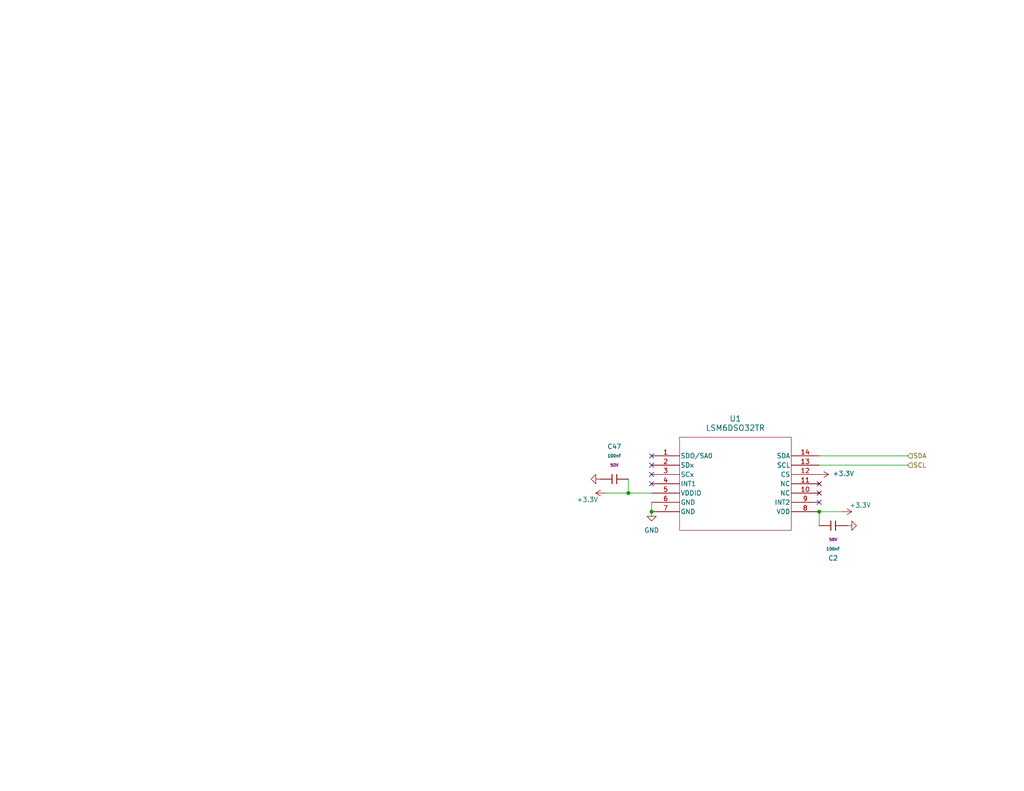
<source format=kicad_sch>
(kicad_sch (version 20250114) (generator "eeschema") (generator_version "9.0")
  (paper "USLetter")
  (title_block (title "MPU 6050 Accelerometer") (date "2025-01-28") (rev "1.0.0") (company "WWU") (comment 1 "Nathan Snarr"))
  (lib_symbols
    (symbol "2025-02-21_00-18-13:LSM6DSO32TR" (pin_names (offset 0.254))
      (property "Reference" "U" (at 22.86 10.16 0))
      (property "Value" "LSM6DSO32TR" (at 22.86 7.62 0))
      (symbol "LSM6DSO32TR_0_1"
        (polyline (pts (xy 7.62 5.08) (xy 7.62 -20.32)) (stroke (width 0.127)))
        (polyline (pts (xy 7.62 -20.32) (xy 38.1 -20.32)) (stroke (width 0.127)))
        (polyline (pts (xy 38.1 5.08) (xy 7.62 5.08)) (stroke (width 0.127)))
        (polyline (pts (xy 38.1 -20.32) (xy 38.1 5.08)) (stroke (width 0.127)))
        (pin bidirectional line (at 0 0 0) (length 7.62) (name "SDO/SA0") (number "1"))
        (pin unspecified line (at 0 -2.54 0) (length 7.62) (name "SDx") (number "2"))
        (pin unspecified line (at 0 -5.08 0) (length 7.62) (name "SCx") (number "3"))
        (pin output line (at 0 -7.62 0) (length 7.62) (name "INT1") (number "4"))
        (pin power_in line (at 0 -10.16 0) (length 7.62) (name "VDDIO") (number "5"))
        (pin power_out line (at 0 -12.7 0) (length 7.62) (name "GND") (number "6"))
        (pin power_out line (at 0 -15.24 0) (length 7.62) (name "GND") (number "7"))
        (pin bidirectional line (at 45.72 0 180) (length 7.62) (name "SDA") (number "14"))
        (pin input line (at 45.72 -2.54 180) (length 7.62) (name "SCL") (number "13"))
        (pin input line (at 45.72 -5.08 180) (length 7.62) (name "CS") (number "12"))
        (pin no_connect line (at 45.72 -7.62 180) (length 7.62) (name "NC") (number "11"))
        (pin no_connect line (at 45.72 -10.16 180) (length 7.62) (name "NC") (number "10"))
        (pin output line (at 45.72 -12.7 180) (length 7.62) (name "INT2") (number "9"))
        (pin power_in line (at 45.72 -15.24 180) (length 7.62) (name "VDD") (number "8"))
      )
    )
    (symbol "PCM_JLCPCB-Capacitors:0603,100nF" (pin_numbers (hide yes)) (pin_names (offset 0))
      (property "Reference" "C" (at 2.032 1.668 0))
      (property "Value" "100nF" (at 2.032 -0.3782 0))
      (property "Voltage Rated" "50V" (at 2.032 -2.0462 0))
      (symbol "0603,100nF_0_1"
        (polyline (pts (xy -1.27 0.635) (xy 1.27 0.635)) (stroke (width 0.254)))
        (polyline (pts (xy -1.27 -0.635) (xy 1.27 -0.635)) (stroke (width 0.254)))
      )
      (symbol "0603,100nF_1_1"
        (pin passive line (at 0 3.81 270) (length 3.175) (name "~") (number "1"))
        (pin passive line (at 0 -3.81 90) (length 3.175) (name "~") (number "2"))
      )
    )
    (symbol "power:+3.3V" (power) (pin_numbers (hide yes)) (pin_names (offset 0) (hide yes))
      (property "Value" "+3.3V" (at 0 3.556 0))
      (symbol "+3.3V_0_1"
        (polyline (pts (xy -0.762 1.27) (xy 0 2.54)))
        (polyline (pts (xy 0 2.54) (xy 0.762 1.27)))
        (polyline (pts (xy 0 0) (xy 0 2.54)))
      )
      (symbol "+3.3V_1_1"
        (pin power_in line (at 0 0 90) (length 0) (name "~") (number "1"))
      )
    )
    (symbol "power:GND" (power) (pin_numbers (hide yes)) (pin_names (offset 0) (hide yes))
      (property "Value" "GND" (at 0 -3.81 0))
      (symbol "GND_0_1"
        (polyline (pts (xy 0 0) (xy 0 -1.27) (xy 1.27 -1.27) (xy 0 -2.54) (xy -1.27 -1.27) (xy 0 -1.27)))
      )
      (symbol "GND_1_1"
        (pin power_in line (at 0 0 270) (length 0) (name "~") (number "1"))
      )
    )
  )
  (junction (at 223.52 139.7))
  (junction (at 171.45 134.62))
  (junction (at 177.8 139.7))
  (no_connect (at 223.52 134.62))
  (no_connect (at 177.8 124.46))
  (no_connect (at 177.8 127))
  (no_connect (at 223.52 132.08))
  (no_connect (at 177.8 129.54))
  (no_connect (at 177.8 132.08))
  (no_connect (at 223.52 137.16))
  (wire (pts (xy 247.65 124.46) (xy 223.52 124.46)))
  (wire (pts (xy 177.8 137.16) (xy 177.8 139.7)))
  (wire (pts (xy 229.87 139.7) (xy 223.52 139.7)))
  (wire (pts (xy 171.45 130.81) (xy 171.45 134.62)))
  (wire (pts (xy 165.1 134.62) (xy 171.45 134.62)))
  (wire (pts (xy 171.45 134.62) (xy 177.8 134.62)))
  (wire (pts (xy 247.65 127) (xy 223.52 127)))
  (wire (pts (xy 223.52 143.51) (xy 223.52 139.7)))
  (hierarchical_label "SCL" (shape input) (at 247.65 127 0))
  (hierarchical_label "SDA" (shape input) (at 247.65 124.46 0))
  (symbol (lib_id "PCM_JLCPCB-Capacitors:0603,100nF") (at 167.64 130.81 90) (unit 1)
    (property "Reference" "C47" (at 167.64 121.92 90))
    (property "Value" "100nF" (at 167.64 124.46 90) (effects (font (size 0.8 0.8))))
    (property "Footprint" "PCM_JLCPCB:C_0603" (effects (hide yes)))
    (property "Datasheet" "https://www.lcsc.com/datasheet/lcsc_datasheet_2211101700_YAGEO-CC0603KRX7R9BB104_C14663.pdf" (effects (hide yes)))
    (property "Description" "50V 100nF X7R ±10% 0603 Multilayer Ceramic Capacitors MLCC - SMD/SMT ROHS" (effects (hide yes)))
    (property "LCSC" "C14663" (effects (hide yes)))
    (property "Stock" "26955947" (effects (hide yes)))
    (property "Price" "0.006USD" (effects (hide yes)))
    (property "Process" "SMT" (effects (hide yes)))
    (property "Minimum Qty" "20" (effects (hide yes)))
    (property "Attrition Qty" "10" (effects (hide yes)))
    (property "Class" "Basic Component" (effects (hide yes)))
    (property "Category" "Capacitors,Multilayer Ceramic Capacitors MLCC - SMD/SMT" (effects (hide yes)))
    (property "Manufacturer" "YAGEO" (effects (hide yes)))
    (property "Part" "CC0603KRX7R9BB104" (effects (hide yes)))
    (property "Voltage Rated" "50V" (at 167.64 127 90) (effects (font (size 0.8 0.8))))
    (property "Tolerance" "±10%" (effects (hide yes)))
    (property "Capacitance" "100nF" (effects (hide yes)))
    (property "Temperature Coefficient" "X7R" (effects (hide yes)))
  )
  (symbol (lib_id "power:GND") (at 163.83 130.81 270) (unit 1)
    (property "Reference" "#PWR028" (effects (hide yes)))
    (property "Value" "GND" (effects (hide yes)))
    (property "Description" "Power symbol creates a global label with name \"GND\" , ground" (effects (hide yes)))
  )
  (symbol (lib_id "power:+3.3V") (at 165.1 134.62 90) (unit 1)
    (property "Reference" "#PWR010" (effects (hide yes)))
    (property "Value" "+3.3V" (at 160.274 136.398 90))
    (property "Description" "Power symbol creates a global label with name \"+3.3V\"" (effects (hide yes)))
  )
  (symbol (lib_id "PCM_JLCPCB-Capacitors:0603,100nF") (at 227.33 143.51 270) (unit 1)
    (property "Reference" "C2" (at 227.33 152.4 90))
    (property "Value" "100nF" (at 227.33 149.86 90) (effects (font (size 0.8 0.8))))
    (property "Footprint" "PCM_JLCPCB:C_0603" (effects (hide yes)))
    (property "Datasheet" "https://www.lcsc.com/datasheet/lcsc_datasheet_2211101700_YAGEO-CC0603KRX7R9BB104_C14663.pdf" (effects (hide yes)))
    (property "Description" "50V 100nF X7R ±10% 0603 Multilayer Ceramic Capacitors MLCC - SMD/SMT ROHS" (effects (hide yes)))
    (property "LCSC" "C14663" (effects (hide yes)))
    (property "Stock" "26955947" (effects (hide yes)))
    (property "Price" "0.006USD" (effects (hide yes)))
    (property "Process" "SMT" (effects (hide yes)))
    (property "Minimum Qty" "20" (effects (hide yes)))
    (property "Attrition Qty" "10" (effects (hide yes)))
    (property "Class" "Basic Component" (effects (hide yes)))
    (property "Category" "Capacitors,Multilayer Ceramic Capacitors MLCC - SMD/SMT" (effects (hide yes)))
    (property "Manufacturer" "YAGEO" (effects (hide yes)))
    (property "Part" "CC0603KRX7R9BB104" (effects (hide yes)))
    (property "Voltage Rated" "50V" (at 227.33 147.32 90) (effects (font (size 0.8 0.8))))
    (property "Tolerance" "±10%" (effects (hide yes)))
    (property "Capacitance" "100nF" (effects (hide yes)))
    (property "Temperature Coefficient" "X7R" (effects (hide yes)))
  )
  (symbol (lib_id "power:GND") (at 177.8 139.7 0) (unit 1)
    (property "Reference" "#PWR0108" (effects (hide yes)))
    (property "Value" "GND" (at 177.8 144.78 0))
    (property "Description" "Power symbol creates a global label with name \"GND\" , ground" (effects (hide yes)))
  )
  (symbol (lib_id "power:+3.3V") (at 223.52 129.54 270) (unit 1)
    (property "Reference" "#PWR039" (effects (hide yes)))
    (property "Value" "+3.3V" (at 230.124 129.286 90))
    (property "Description" "Power symbol creates a global label with name \"+3.3V\"" (effects (hide yes)))
  )
  (symbol (lib_id "power:GND") (at 231.14 143.51 90) (unit 1)
    (property "Reference" "#PWR0106" (effects (hide yes)))
    (property "Value" "GND" (effects (hide yes)))
    (property "Description" "Power symbol creates a global label with name \"GND\" , ground" (effects (hide yes)))
  )
  (symbol (lib_id "2025-02-21_00-18-13:LSM6DSO32TR") (at 177.8 124.46 0) (unit 1)
    (property "Reference" "U1" (at 200.66 114.3 0) (effects (font (size 1.524 1.524))))
    (property "Value" "LSM6DSO32TR" (at 200.66 116.84 0) (effects (font (size 1.524 1.524))))
    (property "Footprint" "LGA-14L_2P5X3X0P83_STM" (effects (hide yes)))
    (property "Datasheet" "LSM6DSO32TR" (effects (hide yes)))
  )
  (symbol (lib_id "power:+3.3V") (at 229.87 139.7 270) (unit 1)
    (property "Reference" "#PWR0107" (effects (hide yes)))
    (property "Value" "+3.3V" (at 234.696 137.922 90))
    (property "Description" "Power symbol creates a global label with name \"+3.3V\"" (effects (hide yes)))
  )
)
</source>
